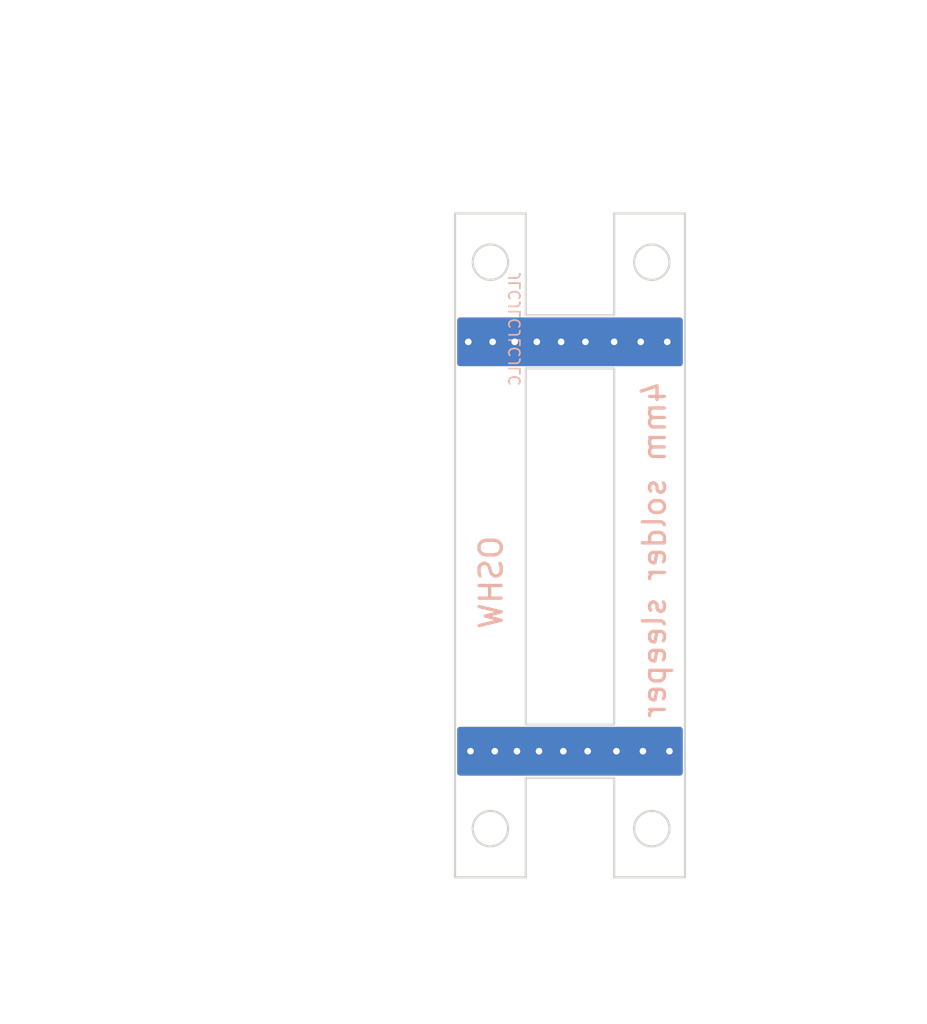
<source format=kicad_pcb>
(kicad_pcb
	(version 20240108)
	(generator "pcbnew")
	(generator_version "8.0")
	(general
		(thickness 1.6)
		(legacy_teardrops no)
	)
	(paper "A4")
	(layers
		(0 "F.Cu" signal)
		(31 "B.Cu" signal)
		(32 "B.Adhes" user "B.Adhesive")
		(33 "F.Adhes" user "F.Adhesive")
		(34 "B.Paste" user)
		(35 "F.Paste" user)
		(36 "B.SilkS" user "B.Silkscreen")
		(37 "F.SilkS" user "F.Silkscreen")
		(38 "B.Mask" user)
		(39 "F.Mask" user)
		(40 "Dwgs.User" user "User.Drawings")
		(41 "Cmts.User" user "User.Comments")
		(42 "Eco1.User" user "User.Eco1")
		(43 "Eco2.User" user "User.Eco2")
		(44 "Edge.Cuts" user)
		(45 "Margin" user)
		(46 "B.CrtYd" user "B.Courtyard")
		(47 "F.CrtYd" user "F.Courtyard")
		(48 "B.Fab" user)
		(49 "F.Fab" user)
		(50 "User.1" user)
		(51 "User.2" user)
		(52 "User.3" user)
		(53 "User.4" user)
		(54 "User.5" user)
		(55 "User.6" user)
		(56 "User.7" user)
		(57 "User.8" user)
		(58 "User.9" user)
	)
	(setup
		(pad_to_mask_clearance 0)
		(allow_soldermask_bridges_in_footprints no)
		(pcbplotparams
			(layerselection 0x00010fc_ffffffff)
			(plot_on_all_layers_selection 0x0000000_00000000)
			(disableapertmacros no)
			(usegerberextensions no)
			(usegerberattributes yes)
			(usegerberadvancedattributes yes)
			(creategerberjobfile yes)
			(dashed_line_dash_ratio 12.000000)
			(dashed_line_gap_ratio 3.000000)
			(svgprecision 4)
			(plotframeref no)
			(viasonmask no)
			(mode 1)
			(useauxorigin no)
			(hpglpennumber 1)
			(hpglpenspeed 20)
			(hpglpendiameter 15.000000)
			(pdf_front_fp_property_popups yes)
			(pdf_back_fp_property_popups yes)
			(dxfpolygonmode yes)
			(dxfimperialunits yes)
			(dxfusepcbnewfont yes)
			(psnegative no)
			(psa4output no)
			(plotreference yes)
			(plotvalue yes)
			(plotfptext yes)
			(plotinvisibletext no)
			(sketchpadsonfab no)
			(subtractmaskfromsilk no)
			(outputformat 1)
			(mirror no)
			(drillshape 1)
			(scaleselection 1)
			(outputdirectory "")
		)
	)
	(net 0 "")
	(net 1 "GND")
	(gr_line
		(start 111.6 106.6)
		(end 111.6 107.6)
		(stroke
			(width 0.15)
			(type default)
		)
		(layer "Dwgs.User")
		(uuid "07587a2e-e2d2-4a35-bdc6-5cee117ae427")
	)
	(gr_line
		(start 111.6 106.6)
		(end 111.6 105.6)
		(stroke
			(width 0.15)
			(type default)
		)
		(layer "Dwgs.User")
		(uuid "5637b983-51ce-4ca7-a7eb-1f335015a028")
	)
	(gr_line
		(start 111.6 88.1)
		(end 111.6 87.1)
		(stroke
			(width 0.15)
			(type default)
		)
		(layer "Dwgs.User")
		(uuid "b4724b7e-8a79-4e3e-964a-412842a1ff7f")
	)
	(gr_line
		(start 111.6 88.1)
		(end 111.6 89.1)
		(stroke
			(width 0.15)
			(type default)
		)
		(layer "Dwgs.User")
		(uuid "e2544062-1fa1-4506-94d8-a00d4ed3b924")
	)
	(gr_line
		(start 111.6 105.4)
		(end 111.6 89.3)
		(stroke
			(width 0.1)
			(type default)
		)
		(layer "Edge.Cuts")
		(uuid "0d1cc190-fc3a-4f1c-83a4-061c39946b4b")
	)
	(gr_line
		(start 111.6 112.3)
		(end 108.4 112.3)
		(stroke
			(width 0.1)
			(type default)
		)
		(layer "Edge.Cuts")
		(uuid "27addd7d-e973-4a05-beff-0f74945ad954")
	)
	(gr_line
		(start 115.6 82.3)
		(end 118.8 82.3)
		(stroke
			(width 0.1)
			(type default)
		)
		(layer "Edge.Cuts")
		(uuid "29c11a56-9e25-43cf-8cdb-a89c11a09860")
	)
	(gr_line
		(start 108.4 82.3)
		(end 111.6 82.3)
		(stroke
			(width 0.1)
			(type default)
		)
		(layer "Edge.Cuts")
		(uuid "313fbfe3-7b16-4bdf-8e12-74f808c14137")
	)
	(gr_line
		(start 115.6 89.3)
		(end 115.6 105.4)
		(stroke
			(width 0.1)
			(type default)
		)
		(layer "Edge.Cuts")
		(uuid "4405fa27-a26e-4db6-9637-38738bf4a1f8")
	)
	(gr_line
		(start 111.6 107.8)
		(end 115.6 107.8)
		(stroke
			(width 0.1)
			(type default)
		)
		(layer "Edge.Cuts")
		(uuid "48066470-e75c-4050-9fc1-a2ad64cfda3c")
	)
	(gr_circle
		(center 117.3 84.5)
		(end 118.1 84.5)
		(stroke
			(width 0.1)
			(type default)
		)
		(fill none)
		(layer "Edge.Cuts")
		(uuid "626d1900-8518-48e6-9bf5-f54785cb050b")
	)
	(gr_line
		(start 115.6 86.9)
		(end 115.6 82.3)
		(stroke
			(width 0.1)
			(type default)
		)
		(layer "Edge.Cuts")
		(uuid "66dc9f63-1911-4043-8e0a-4844fef9920d")
	)
	(gr_line
		(start 111.6 89.3)
		(end 115.6 89.3)
		(stroke
			(width 0.1)
			(type default)
		)
		(layer "Edge.Cuts")
		(uuid "68c10f3d-e801-465e-852b-47aa6283ac02")
	)
	(gr_line
		(start 111.6 86.9)
		(end 111.6 82.3)
		(stroke
			(width 0.1)
			(type default)
		)
		(layer "Edge.Cuts")
		(uuid "731ce693-0df5-4461-a489-fba1c592d634")
	)
	(gr_line
		(start 111.6 86.9)
		(end 115.6 86.9)
		(stroke
			(width 0.1)
			(type default)
		)
		(layer "Edge.Cuts")
		(uuid "810ee817-da22-4a0d-b22b-5abb52b773b3")
	)
	(gr_line
		(start 111.6 105.4)
		(end 115.6 105.4)
		(stroke
			(width 0.1)
			(type default)
		)
		(layer "Edge.Cuts")
		(uuid "832dd93d-f8f7-4824-9ea7-5c2c5c725882")
	)
	(gr_line
		(start 111.6 107.8)
		(end 111.6 112.3)
		(stroke
			(width 0.1)
			(type default)
		)
		(layer "Edge.Cuts")
		(uuid "893033c7-3088-4768-906e-9614f7a949c0")
	)
	(gr_circle
		(center 117.3 110.1)
		(end 118.1 110.1)
		(stroke
			(width 0.1)
			(type default)
		)
		(fill none)
		(layer "Edge.Cuts")
		(uuid "8c3db693-65bf-478d-9811-920a1345b02b")
	)
	(gr_circle
		(center 110 84.5)
		(end 110.8 84.5)
		(stroke
			(width 0.1)
			(type default)
		)
		(fill none)
		(layer "Edge.Cuts")
		(uuid "a0f952a2-b8e1-4aec-9bf2-17476ebf05a6")
	)
	(gr_line
		(start 118.8 112.3)
		(end 115.6 112.3)
		(stroke
			(width 0.1)
			(type default)
		)
		(layer "Edge.Cuts")
		(uuid "c0799a7a-8a8d-4aee-ad32-4fefd3e8784a")
	)
	(gr_line
		(start 118.8 82.3)
		(end 118.8 112.3)
		(stroke
			(width 0.1)
			(type default)
		)
		(layer "Edge.Cuts")
		(uuid "c6e65dca-d797-4be9-b65c-d628f76dc569")
	)
	(gr_line
		(start 108.4 112.3)
		(end 108.4 82.3)
		(stroke
			(width 0.1)
			(type default)
		)
		(layer "Edge.Cuts")
		(uuid "dc663834-904a-4b12-9bd0-51381c00d35f")
	)
	(gr_line
		(start 115.6 112.3)
		(end 115.6 107.8)
		(stroke
			(width 0.1)
			(type default)
		)
		(layer "Edge.Cuts")
		(uuid "e1709324-0bda-4714-9477-9faab4b88899")
	)
	(gr_circle
		(center 110 110.1)
		(end 110.8 110.1)
		(stroke
			(width 0.1)
			(type default)
		)
		(fill none)
		(layer "Edge.Cuts")
		(uuid "f42fa44b-f3e5-4194-beb6-30185aca82e6")
	)
	(gr_text "4mm solder sleeper"
		(at 118 89.8 90)
		(layer "B.SilkS")
		(uuid "2c7b17fd-ae9b-4cc0-b26b-1ee23b748973")
		(effects
			(font
				(size 1 1)
				(thickness 0.15)
			)
			(justify left bottom mirror)
		)
	)
	(gr_text "OSHW"
		(at 110.617 96.774 90)
		(layer "B.SilkS")
		(uuid "32647a6c-2db5-42ea-b051-d5469482e014")
		(effects
			(font
				(size 1 1)
				(thickness 0.15)
			)
			(justify left bottom mirror)
		)
	)
	(gr_text "JLCJLCJLCJLC"
		(at 111.4 84.9 90)
		(layer "B.SilkS")
		(uuid "c439ac8a-755c-443e-a2e6-e2753b4438cb")
		(effects
			(font
				(size 0.5 0.5)
				(thickness 0.075)
			)
			(justify left bottom mirror)
		)
	)
	(dimension
		(type aligned)
		(layer "Dwgs.User")
		(uuid "6df17a69-91c0-4d6f-a0b0-a5f3c21c55f0")
		(pts
			(xy 116.5 110.1) (xy 118.1 110.1)
		)
		(height 6.4)
		(gr_text "1,6000 mm"
			(at 117.4 118.1 0)
			(layer "Dwgs.User")
			(uuid "6df17a69-91c0-4d6f-a0b0-a5f3c21c55f0")
			(effects
				(font
					(size 1 1)
					(thickness 0.15)
				)
			)
		)
		(format
			(prefix "")
			(suffix "")
			(units 3)
			(units_format 1)
			(precision 4)
		)
		(style
			(thickness 0.15)
			(arrow_length 1.27)
			(text_position_mode 2)
			(extension_height 0.58642)
			(extension_offset 0.5) keep_text_aligned)
	)
	(dimension
		(type orthogonal)
		(layer "Dwgs.User")
		(uuid "46b50b83-6f4e-4957-9757-6ca9c089e29c")
		(pts
			(xy 115.6 107.8) (xy 115.6 105.4)
		)
		(height 7.2)
		(orientation 1)
		(gr_text "2,4000 mm"
			(at 124.2 106.2 90)
			(layer "Dwgs.User")
			(uuid "46b50b83-6f4e-4957-9757-6ca9c089e29c")
			(effects
				(font
					(size 1 1)
					(thickness 0.15)
				)
			)
		)
		(format
			(prefix "")
			(suffix "")
			(units 3)
			(units_format 1)
			(precision 4)
		)
		(style
			(thickness 0.15)
			(arrow_length 1.27)
			(text_position_mode 2)
			(extension_height 0.58642)
			(extension_offset 0.5) keep_text_aligned)
	)
	(dimension
		(type orthogonal)
		(layer "Dwgs.User")
		(uuid "51276db1-0ddc-4876-8e6a-533971a31354")
		(pts
			(xy 108.4 106.6) (xy 108.4 88)
		)
		(height -14.5)
		(orientation 1)
		(gr_text "18,6000 mm"
			(at 92.75 97.3 90)
			(layer "Dwgs.User")
			(uuid "51276db1-0ddc-4876-8e6a-533971a31354")
			(effects
				(font
					(size 1 1)
					(thickness 0.15)
				)
			)
		)
		(format
			(prefix "")
			(suffix "")
			(units 3)
			(units_format 1)
			(precision 4)
		)
		(style
			(thickness 0.15)
			(arrow_length 1.27)
			(text_position_mode 0)
			(extension_height 0.58642)
			(extension_offset 0.5) keep_text_aligned)
	)
	(dimension
		(type orthogonal)
		(layer "Dwgs.User")
		(uuid "6780ff2c-0dd5-45e2-9afb-7907271109a1")
		(pts
			(xy 111.6 82.3) (xy 115.6 82.3)
		)
		(height -5.4)
		(orientation 0)
		(gr_text "4,0000 mm"
			(at 113.5 73.5 0)
			(layer "Dwgs.User")
			(uuid "6780ff2c-0dd5-45e2-9afb-7907271109a1")
			(effects
				(font
					(size 1 1)
					(thickness 0.15)
				)
			)
		)
		(format
			(prefix "")
			(suffix "")
			(units 3)
			(units_format 1)
			(precision 4)
		)
		(style
			(thickness 0.15)
			(arrow_length 1.27)
			(text_position_mode 2)
			(extension_height 0.58642)
			(extension_offset 0.5) keep_text_aligned)
	)
	(dimension
		(type orthogonal)
		(layer "Dwgs.User")
		(uuid "74f9601c-747d-461e-b5c1-f9acf46cd5bd")
		(pts
			(xy 108.4 82.3) (xy 111.6 82.3)
		)
		(height -5.2)
		(orientation 0)
		(gr_text "3,2000 mm"
			(at 105.8 75.2 0)
			(layer "Dwgs.User")
			(uuid "74f9601c-747d-461e-b5c1-f9acf46cd5bd")
			(effects
				(font
					(size 1 1)
					(thickness 0.15)
				)
			)
		)
		(format
			(prefix "")
			(suffix "")
			(units 3)
			(units_format 1)
			(precision 4)
		)
		(style
			(thickness 0.15)
			(arrow_length 1.27)
			(text_position_mode 2)
			(extension_height 0.58642)
			(extension_offset 0.5) keep_text_aligned)
	)
	(dimension
		(type orthogonal)
		(layer "Dwgs.User")
		(uuid "81bcee33-4609-4f8c-838e-3b0c8ffa12cb")
		(pts
			(xy 116.4 89.3) (xy 116.4 86.9)
		)
		(height 7.3)
		(orientation 1)
		(gr_text "2,4000 mm"
			(at 125.3 88.1 90)
			(layer "Dwgs.User")
			(uuid "81bcee33-4609-4f8c-838e-3b0c8ffa12cb")
			(effects
				(font
					(size 1 1)
					(thickness 0.15)
				)
			)
		)
		(format
			(prefix "")
			(suffix "")
			(units 3)
			(units_format 1)
			(precision 4)
		)
		(style
			(thickness 0.15)
			(arrow_length 1.27)
			(text_position_mode 2)
			(extension_height 0.58642)
			(extension_offset 0.5) keep_text_aligned)
	)
	(dimension
		(type orthogonal)
		(layer "Dwgs.User")
		(uuid "8c1236a5-d14b-4922-8afc-562d305caeac")
		(pts
			(xy 108.4 82.3) (xy 108.4 88)
		)
		(height -14.5)
		(orientation 1)
		(gr_text "5,7000 mm"
			(at 92.3 84.5 90)
			(layer "Dwgs.User")
			(uuid "8c1236a5-d14b-4922-8afc-562d305caeac")
			(effects
				(font
					(size 1 1)
					(thickness 0.15)
				)
			)
		)
		(format
			(prefix "")
			(suffix "")
			(units 3)
			(units_format 1)
			(precision 4)
		)
		(style
			(thickness 0.15)
			(arrow_length 1.27)
			(text_position_mode 2)
			(extension_height 0.58642)
			(extension_offset 0.5) keep_text_aligned)
	)
	(dimension
		(type orthogonal)
		(layer "Dwgs.User")
		(uuid "bcf29efd-68a9-4de8-a227-17fa40c64e92")
		(pts
			(xy 108.6 112.3) (xy 109.1 106.6)
		)
		(height -14.6)
		(orientation 1)
		(gr_text "5,7000 mm"
			(at 92.85 109.45 90)
			(layer "Dwgs.User")
			(uuid "bcf29efd-68a9-4de8-a227-17fa40c64e92")
			(effects
				(font
					(size 1 1)
					(thickness 0.15)
				)
			)
		)
		(format
			(prefix "")
			(suffix "")
			(units 3)
			(units_format 1)
			(precision 4)
		)
		(style
			(thickness 0.15)
			(arrow_length 1.27)
			(text_position_mode 0)
			(extension_height 0.58642)
			(extension_offset 0.5) keep_text_aligned)
	)
	(dimension
		(type orthogonal)
		(layer "Dwgs.User")
		(uuid "d14a613a-964c-4316-827a-878b8b54cc1f")
		(pts
			(xy 115.6 82.3) (xy 118.8 82.3)
		)
		(height -5.4)
		(orientation 0)
		(gr_text "3,2000 mm"
			(at 120.3 75.5 0)
			(layer "Dwgs.User")
			(uuid "d14a613a-964c-4316-827a-878b8b54cc1f")
			(effects
				(font
					(size 1 1)
					(thickness 0.15)
				)
			)
		)
		(format
			(prefix "")
			(suffix "")
			(units 3)
			(units_format 1)
			(precision 4)
		)
		(style
			(thickness 0.15)
			(arrow_length 1.27)
			(text_position_mode 2)
			(extension_height 0.58642)
			(extension_offset 0.5) keep_text_aligned)
	)
	(via
		(at 110.2 106.6)
		(size 0.5)
		(drill 0.3)
		(layers "F.Cu" "B.Cu")
		(free yes)
		(net 1)
		(uuid "07a65875-beee-4f82-af2b-2af44e106ae6")
	)
	(via
		(at 112.1 88.1)
		(size 0.5)
		(drill 0.3)
		(layers "F.Cu" "B.Cu")
		(free yes)
		(net 1)
		(uuid "1302dc51-988d-4404-9b26-1e1a108816df")
	)
	(via
		(at 114.3 88.1)
		(size 0.5)
		(drill 0.3)
		(layers "F.Cu" "B.Cu")
		(free yes)
		(net 1)
		(uuid "13c86a2d-84c4-45dc-ac00-a3576e6f213d")
	)
	(via
		(at 116.9 106.6)
		(size 0.5)
		(drill 0.3)
		(layers "F.Cu" "B.Cu")
		(free yes)
		(net 1)
		(uuid "1c4f3d0e-a66a-4690-bfeb-58a3d36eabd8")
	)
	(via
		(at 115.7 106.6)
		(size 0.5)
		(drill 0.3)
		(layers "F.Cu" "B.Cu")
		(free yes)
		(net 1)
		(uuid "33367ac9-9e3b-4fac-830d-55c3b39a6ad8")
	)
	(via
		(at 109 88.1)
		(size 0.5)
		(drill 0.3)
		(layers "F.Cu" "B.Cu")
		(free yes)
		(net 1)
		(uuid "50ff2002-89e8-4f44-8ca8-b69dc4840706")
	)
	(via
		(at 111.2 106.6)
		(size 0.5)
		(drill 0.3)
		(layers "F.Cu" "B.Cu")
		(free yes)
		(net 1)
		(uuid "67aa9930-9a56-4fd8-8d52-54cec980aed3")
	)
	(via
		(at 114.4 106.6)
		(size 0.5)
		(drill 0.3)
		(layers "F.Cu" "B.Cu")
		(free yes)
		(net 1)
		(uuid "689f893e-e25d-4d23-94ea-790bc75e62ed")
	)
	(via
		(at 116.8 88.1)
		(size 0.5)
		(drill 0.3)
		(layers "F.Cu" "B.Cu")
		(free yes)
		(net 1)
		(uuid "69c5a38a-5108-440b-ad74-e54e2c7bc7e2")
	)
	(via
		(at 111.1 88.1)
		(size 0.5)
		(drill 0.3)
		(layers "F.Cu" "B.Cu")
		(free yes)
		(net 1)
		(uuid "7e6ccf14-348d-49a2-8929-3481379b5764")
	)
	(via
		(at 115.6 88.1)
		(size 0.5)
		(drill 0.3)
		(layers "F.Cu" "B.Cu")
		(free yes)
		(net 1)
		(uuid "878bbcdb-2982-4290-8f9d-144f5674c46b")
	)
	(via
		(at 113.3 106.6)
		(size 0.5)
		(drill 0.3)
		(layers "F.Cu" "B.Cu")
		(free yes)
		(net 1)
		(uuid "97f64036-6b22-46ef-9a96-a0dc0a0721df")
	)
	(via
		(at 113.2 88.1)
		(size 0.5)
		(drill 0.3)
		(layers "F.Cu" "B.Cu")
		(free yes)
		(net 1)
		(uuid "b41e195a-a41d-4d21-aa86-ef09a92c892f")
	)
	(via
		(at 118.1 106.6)
		(size 0.5)
		(drill 0.3)
		(layers "F.Cu" "B.Cu")
		(free yes)
		(net 1)
		(uuid "bf52903a-f9c1-4a35-a27b-26c4fc313a1f")
	)
	(via
		(at 112.2 106.6)
		(size 0.5)
		(drill 0.3)
		(layers "F.Cu" "B.Cu")
		(free yes)
		(net 1)
		(uuid "ce4f7be5-3264-45f3-bf1b-deb2aa790e96")
	)
	(via
		(at 109.1 106.6)
		(size 0.5)
		(drill 0.3)
		(layers "F.Cu" "B.Cu")
		(free yes)
		(net 1)
		(uuid "cec5e9d9-d132-4b0c-88e6-d94112e42940")
	)
	(via
		(at 118 88.1)
		(size 0.5)
		(drill 0.3)
		(layers "F.Cu" "B.Cu")
		(free yes)
		(net 1)
		(uuid "de3614ea-b950-4765-bd1f-d7a1551a325f")
	)
	(via
		(at 110.1 88.1)
		(size 0.5)
		(drill 0.3)
		(layers "F.Cu" "B.Cu")
		(free yes)
		(net 1)
		(uuid "fc04e3c7-7784-4f3b-9318-72137e37d896")
	)
	(zone
		(net 1)
		(net_name "GND")
		(layers "F&B.Cu")
		(uuid "0dd7b0b4-dbf2-4d0a-80b9-f4881d26f059")
		(hatch edge 0.5)
		(connect_pads
			(clearance 0.5)
		)
		(min_thickness 0.25)
		(filled_areas_thickness no)
		(fill yes
			(thermal_gap 0.5)
			(thermal_bridge_width 0.5)
			(island_removal_mode 1)
			(island_area_min 10)
		)
		(polygon
			(pts
				(xy 108.5 87) (xy 108.5 89.2) (xy 118.7 89.2) (xy 118.7 87)
			)
		)
		(filled_polygon
			(layer "F.Cu")
			(pts
				(xy 118.643039 87.019685) (xy 118.688794 87.072489) (xy 118.7 87.124) (xy 118.7 89.076) (xy 118.680315 89.143039)
				(xy 118.627511 89.188794) (xy 118.576 89.2) (xy 108.624 89.2) (xy 108.556961 89.180315) (xy 108.511206 89.127511)
				(xy 108.5 89.076) (xy 108.5 87.124) (xy 108.519685 87.056961) (xy 108.572489 87.011206) (xy 108.624 87)
				(xy 118.576 87)
			)
		)
		(filled_polygon
			(layer "B.Cu")
			(pts
				(xy 118.643039 87.019685) (xy 118.688794 87.072489) (xy 118.7 87.124) (xy 118.7 89.076) (xy 118.680315 89.143039)
				(xy 118.627511 89.188794) (xy 118.576 89.2) (xy 108.624 89.2) (xy 108.556961 89.180315) (xy 108.511206 89.127511)
				(xy 108.5 89.076) (xy 108.5 87.124) (xy 108.519685 87.056961) (xy 108.572489 87.011206) (xy 108.624 87)
				(xy 118.576 87)
			)
		)
	)
	(zone
		(net 1)
		(net_name "GND")
		(layers "F&B.Cu")
		(uuid "7fed4f65-050d-47cd-a160-1c419f78f204")
		(hatch edge 0.5)
		(connect_pads
			(clearance 0.5)
		)
		(min_thickness 0.25)
		(filled_areas_thickness no)
		(fill yes
			(thermal_gap 0.5)
			(thermal_bridge_width 0.5)
			(island_removal_mode 1)
			(island_area_min 10)
		)
		(polygon
			(pts
				(xy 108.5 105.5) (xy 108.5 107.7) (xy 118.7 107.7) (xy 118.7 105.5)
			)
		)
		(filled_polygon
			(layer "F.Cu")
			(pts
				(xy 118.643039 105.519685) (xy 118.688794 105.572489) (xy 118.7 105.624) (xy 118.7 107.576) (xy 118.680315 107.643039)
				(xy 118.627511 107.688794) (xy 118.576 107.7) (xy 108.624 107.7) (xy 108.556961 107.680315) (xy 108.511206 107.627511)
				(xy 108.5 107.576) (xy 108.5 105.624) (xy 108.519685 105.556961) (xy 108.572489 105.511206) (xy 108.624 105.5)
				(xy 118.576 105.5)
			)
		)
		(filled_polygon
			(layer "B.Cu")
			(pts
				(xy 118.643039 105.519685) (xy 118.688794 105.572489) (xy 118.7 105.624) (xy 118.7 107.576) (xy 118.680315 107.643039)
				(xy 118.627511 107.688794) (xy 118.576 107.7) (xy 108.624 107.7) (xy 108.556961 107.680315) (xy 108.511206 107.627511)
				(xy 108.5 107.576) (xy 108.5 105.624) (xy 108.519685 105.556961) (xy 108.572489 105.511206) (xy 108.624 105.5)
				(xy 118.576 105.5)
			)
		)
	)
	(zone
		(net 0)
		(net_name "")
		(layer "F.Mask")
		(uuid "9b510103-56f1-44dd-a45f-9c5573ba525a")
		(hatch full 0.5)
		(connect_pads
			(clearance 0.5)
		)
		(min_thickness 0.25)
		(filled_areas_thickness no)
		(fill yes
			(thermal_gap 0.5)
			(thermal_bridge_width 0.5)
			(island_removal_mode 1)
			(island_area_min 10)
		)
		(polygon
			(pts
				(xy 108.6 87.1) (xy 118.6 87.1) (xy 118.6 89.1) (xy 108.6 89.1)
			)
		)
		(filled_polygon
			(layer "F.Mask")
			(island)
			(pts
				(xy 118.543039 87.119685) (xy 118.588794 87.172489) (xy 118.6 87.224) (xy 118.6 88.976) (xy 118.580315 89.043039)
				(xy 118.527511 89.088794) (xy 118.476 89.1) (xy 108.724 89.1) (xy 108.656961 89.080315) (xy 108.611206 89.027511)
				(xy 108.6 88.976) (xy 108.6 87.224) (xy 108.619685 87.156961) (xy 108.672489 87.111206) (xy 108.724 87.1)
				(xy 118.476 87.1)
			)
		)
	)
	(zone
		(net 0)
		(net_name "")
		(layer "F.Mask")
		(uuid "9d5680a5-467b-49db-8ae9-3dbc9cf1ab86")
		(hatch full 0.5)
		(connect_pads
			(clearance 0.5)
		)
		(min_thickness 0.25)
		(filled_areas_thickness no)
		(fill yes
			(thermal_gap 0.5)
			(thermal_bridge_width 0.5)
			(island_removal_mode 1)
			(island_area_min 10)
		)
		(polygon
			(pts
				(xy 108.6 105.6) (xy 118.6 105.6) (xy 118.6 107.6) (xy 108.6 107.6)
			)
		)
		(filled_polygon
			(layer "F.Mask")
			(island)
			(pts
				(xy 118.543039 105.619685) (xy 118.588794 105.672489) (xy 118.6 105.724) (xy 118.6 107.476) (xy 118.580315 107.543039)
				(xy 118.527511 107.588794) (xy 118.476 107.6) (xy 108.724 107.6) (xy 108.656961 107.580315) (xy 108.611206 107.527511)
				(xy 108.6 107.476) (xy 108.6 105.724) (xy 108.619685 105.656961) (xy 108.672489 105.611206) (xy 108.724 105.6)
				(xy 118.476 105.6)
			)
		)
	)
)

</source>
